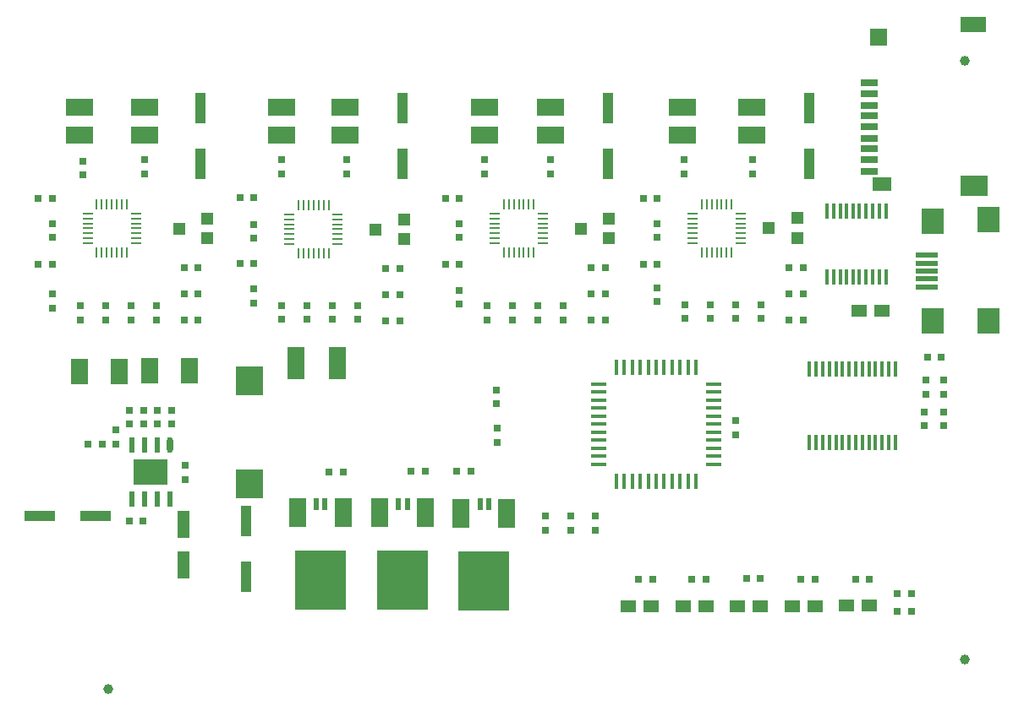
<source format=gbr>
G04 Layer_Color=8421504*
%FSLAX26Y26*%
%MOIN*%
%TF.FileFunction,Paste,Top*%
%TF.Part,Single*%
G01*
G75*
%TA.AperFunction,SMDPad,CuDef*%
%ADD19R,0.066929X0.098425*%
%TA.AperFunction,FiducialPad,Global*%
%ADD20C,0.039370*%
%TA.AperFunction,SMDPad,CuDef*%
%ADD21R,0.070866X0.125984*%
%ADD22R,0.102362X0.059055*%
%ADD23R,0.030000X0.030000*%
%ADD24R,0.040000X0.120000*%
%ADD25R,0.062000X0.018000*%
%ADD26R,0.018000X0.062000*%
%ADD27R,0.030000X0.030000*%
%ADD28R,0.060000X0.050000*%
%ADD29R,0.015000X0.064000*%
%TA.AperFunction,ConnectorPad*%
%ADD30R,0.090000X0.100000*%
%ADD31R,0.086000X0.020000*%
%ADD32R,0.106000X0.082000*%
%ADD33R,0.076000X0.052000*%
%ADD34R,0.068000X0.070000*%
%ADD35R,0.068000X0.026000*%
%TA.AperFunction,SMDPad,CuDef*%
%ADD36R,0.200000X0.236000*%
%ADD37R,0.068000X0.118000*%
%ADD38R,0.044000X0.011000*%
%ADD39R,0.011000X0.044000*%
%ADD40R,0.050000X0.050000*%
%ADD41R,0.108000X0.066000*%
%ADD42R,0.024000X0.050000*%
%ADD43R,0.015000X0.060000*%
%ADD44R,0.047244X0.110236*%
%ADD45R,0.120000X0.040000*%
%ADD46R,0.138189X0.103150*%
%ADD47O,0.024016X0.062992*%
%ADD48R,0.024016X0.062992*%
%ADD49R,0.110236X0.118110*%
D19*
X-3410000Y1345000D02*
D03*
X-3252520D02*
D03*
X-3529055Y1344842D02*
D03*
X-3686535D02*
D03*
D20*
X-3572835Y89843D02*
D03*
X-196850Y206693D02*
D03*
Y2568898D02*
D03*
D21*
X-2670000Y1375000D02*
D03*
X-2835354D02*
D03*
D22*
X-162535Y2714843D02*
D03*
D23*
X-3794448Y1594803D02*
D03*
Y1649803D02*
D03*
X-281535Y1309842D02*
D03*
Y1254842D02*
D03*
X-1099535Y1094842D02*
D03*
Y1149842D02*
D03*
X-351535Y1254842D02*
D03*
X-3429535Y2179843D02*
D03*
X-2634535D02*
D03*
X-2089535D02*
D03*
X-1829535D02*
D03*
X-1304535D02*
D03*
X-1034535D02*
D03*
X-2999535Y1614842D02*
D03*
X-2189535Y1609842D02*
D03*
X-1409448Y1619804D02*
D03*
X-1850535Y717842D02*
D03*
X-2042464Y1215914D02*
D03*
X-2039797Y1119438D02*
D03*
X-3795623Y1927881D02*
D03*
Y1872881D02*
D03*
X-2999535Y1924842D02*
D03*
Y1869842D02*
D03*
X-2190623Y1927881D02*
D03*
Y1872881D02*
D03*
X-1410623Y1927881D02*
D03*
Y1872881D02*
D03*
X-351535Y1309842D02*
D03*
X-3485623Y1602881D02*
D03*
X-2889535Y1604842D02*
D03*
X-2789535D02*
D03*
X-2689535D02*
D03*
X-2080623Y1602881D02*
D03*
X-1980623D02*
D03*
X-1880623D02*
D03*
X-1300623Y1607881D02*
D03*
X-1200623D02*
D03*
X-2999535Y1669842D02*
D03*
X-2189535Y1664842D02*
D03*
X-1780623Y1602881D02*
D03*
X-1409448Y1674804D02*
D03*
X-1000623Y1607881D02*
D03*
X-2042464Y1270914D02*
D03*
X-2039797Y1064438D02*
D03*
X-1850535Y772842D02*
D03*
X-1780623Y1547881D02*
D03*
X-1000623Y1552881D02*
D03*
X-3485623Y1547881D02*
D03*
X-2889535Y1549842D02*
D03*
X-2789535D02*
D03*
X-2689535D02*
D03*
X-2080623Y1547881D02*
D03*
X-1980623D02*
D03*
X-1880623D02*
D03*
X-1300623Y1552881D02*
D03*
X-1200623D02*
D03*
X-3429535Y2124843D02*
D03*
X-2634535D02*
D03*
X-2089535D02*
D03*
X-1829535D02*
D03*
X-1304535D02*
D03*
X-1034535D02*
D03*
X-1100623Y1552881D02*
D03*
Y1607881D02*
D03*
X-2589535Y1604842D02*
D03*
Y1549842D02*
D03*
X-3385623Y1547881D02*
D03*
Y1602881D02*
D03*
X-2889535Y2124843D02*
D03*
Y2179843D02*
D03*
X-1750535Y772842D02*
D03*
Y717842D02*
D03*
X-1655535Y772842D02*
D03*
Y717842D02*
D03*
X-3674535Y2119843D02*
D03*
Y2174843D02*
D03*
X-281535Y1129842D02*
D03*
Y1184842D02*
D03*
X-356535D02*
D03*
Y1129842D02*
D03*
X-3685623Y1602881D02*
D03*
Y1547881D02*
D03*
X-3585623Y1602881D02*
D03*
Y1547881D02*
D03*
X-3271535Y971842D02*
D03*
Y916842D02*
D03*
X-3542535Y1057842D02*
D03*
Y1112842D02*
D03*
X-3490535Y1190842D02*
D03*
Y1135842D02*
D03*
X-3435535D02*
D03*
Y1190842D02*
D03*
X-3380535Y1135842D02*
D03*
Y1190842D02*
D03*
X-3325535D02*
D03*
Y1135842D02*
D03*
D24*
X-3029535Y754842D02*
D03*
Y534842D02*
D03*
X-2414535Y2164843D02*
D03*
Y2384843D02*
D03*
X-3210623Y2382881D02*
D03*
X-1604535Y2384843D02*
D03*
X-810623Y2382881D02*
D03*
X-3210623Y2162881D02*
D03*
X-1604535Y2164843D02*
D03*
X-810623Y2162881D02*
D03*
D25*
X-1639535Y1040842D02*
D03*
Y1009842D02*
D03*
X-1187535Y1229842D02*
D03*
Y1198842D02*
D03*
Y1292842D02*
D03*
X-1639535Y977842D02*
D03*
X-1187535Y1135842D02*
D03*
X-1639535D02*
D03*
Y1261842D02*
D03*
Y1292842D02*
D03*
Y1198841D02*
D03*
Y1103842D02*
D03*
Y1072841D02*
D03*
Y1229842D02*
D03*
X-1187535Y1103842D02*
D03*
Y1166842D02*
D03*
X-1639535Y1166841D02*
D03*
X-1187535Y1009842D02*
D03*
X-1187536Y1072843D02*
D03*
X-1187535Y1040842D02*
D03*
Y977842D02*
D03*
Y1261842D02*
D03*
D26*
X-1445535Y1360842D02*
D03*
X-1476535D02*
D03*
X-1319535D02*
D03*
X-1287535D02*
D03*
X-1256535D02*
D03*
X-1350535Y908842D02*
D03*
X-1319535D02*
D03*
X-1571535Y1360842D02*
D03*
Y908842D02*
D03*
X-1382535D02*
D03*
X-1413535Y1360843D02*
D03*
X-1539535Y908842D02*
D03*
X-1508535D02*
D03*
X-1350535Y1360842D02*
D03*
X-1413535Y908842D02*
D03*
X-1382535Y1360842D02*
D03*
X-1445535Y908842D02*
D03*
X-1287535Y908841D02*
D03*
X-1476535Y908842D02*
D03*
X-1256535D02*
D03*
X-1508536Y1360842D02*
D03*
X-1539535D02*
D03*
D27*
X-462535Y465842D02*
D03*
X-407535D02*
D03*
X-843535Y522842D02*
D03*
X-788535D02*
D03*
X-572535Y523842D02*
D03*
X-3220623Y1649881D02*
D03*
X-2424535Y1646842D02*
D03*
X-1615623Y1649881D02*
D03*
X-835623D02*
D03*
X-2702535Y946842D02*
D03*
X-2424535Y1544842D02*
D03*
X-1615623Y1547881D02*
D03*
X-3795623Y1767881D02*
D03*
X-2999535Y1769842D02*
D03*
X-2190623Y1767881D02*
D03*
X-1410623D02*
D03*
X-2424535Y1748842D02*
D03*
X-1615623Y1751881D02*
D03*
X-2479535Y1544842D02*
D03*
X-1670623Y1547881D02*
D03*
X-2647535Y946842D02*
D03*
X-3275623Y1649881D02*
D03*
X-2479535Y1646842D02*
D03*
X-1670623Y1649881D02*
D03*
X-890623D02*
D03*
X-1482535Y523842D02*
D03*
X-2245623Y2027881D02*
D03*
X-1273535Y521842D02*
D03*
X-1465623Y2027881D02*
D03*
X-1058535Y527842D02*
D03*
X-627535Y523842D02*
D03*
X-2479535Y1748842D02*
D03*
X-1670623Y1751881D02*
D03*
X-890623D02*
D03*
X-3850623Y1767881D02*
D03*
X-3054535Y1769842D02*
D03*
X-2245623Y1767881D02*
D03*
X-1465623D02*
D03*
X-1427535Y523842D02*
D03*
X-1410623Y2027881D02*
D03*
X-1218535Y521842D02*
D03*
X-1003535Y527842D02*
D03*
X-2190623Y2027881D02*
D03*
X-835623Y1751881D02*
D03*
X-3275623Y1547881D02*
D03*
X-3220623D02*
D03*
X-2999535Y2029842D02*
D03*
X-3054535D02*
D03*
X-3795623Y2027881D02*
D03*
X-3850623D02*
D03*
X-890623Y1547881D02*
D03*
X-835623D02*
D03*
X-2324535Y949842D02*
D03*
X-2379535D02*
D03*
X-3220623Y1751881D02*
D03*
X-3275623D02*
D03*
X-2199535Y949842D02*
D03*
X-2144535D02*
D03*
X-344535Y1399842D02*
D03*
X-289535D02*
D03*
X-462535Y395842D02*
D03*
X-407535D02*
D03*
X-3436535Y754842D02*
D03*
X-3491535D02*
D03*
X-3597535Y1057842D02*
D03*
X-3652535D02*
D03*
D28*
X-614535Y1584842D02*
D03*
X-524535D02*
D03*
X-662535Y418842D02*
D03*
X-572535D02*
D03*
X-878535Y417842D02*
D03*
X-788535D02*
D03*
X-1523535D02*
D03*
X-1308535Y416842D02*
D03*
X-1433535Y417842D02*
D03*
X-1218535Y416842D02*
D03*
X-1003535Y417842D02*
D03*
X-1093535D02*
D03*
D29*
X-739535Y1718094D02*
D03*
X-586535D02*
D03*
X-637535D02*
D03*
X-612535D02*
D03*
X-663535D02*
D03*
X-714535D02*
D03*
X-688535D02*
D03*
X-560535D02*
D03*
X-508535Y1977591D02*
D03*
X-534535D02*
D03*
X-560535D02*
D03*
X-586535D02*
D03*
X-612535D02*
D03*
X-637535D02*
D03*
X-663535D02*
D03*
X-688535D02*
D03*
X-714535Y1977591D02*
D03*
X-739535D02*
D03*
X-508535Y1718094D02*
D03*
X-534535Y1718094D02*
D03*
D30*
X-105535Y1941842D02*
D03*
X-325535Y1541842D02*
D03*
X-105535D02*
D03*
X-325535Y1935842D02*
D03*
D31*
X-348535Y1770842D02*
D03*
Y1801842D02*
D03*
Y1739842D02*
D03*
Y1708842D02*
D03*
Y1677842D02*
D03*
D32*
X-161535Y2076843D02*
D03*
D33*
X-524535Y2082843D02*
D03*
D34*
X-536535Y2663843D02*
D03*
D35*
X-575535Y2134843D02*
D03*
Y2178843D02*
D03*
Y2481843D02*
D03*
Y2264843D02*
D03*
Y2221843D02*
D03*
Y2394843D02*
D03*
Y2308843D02*
D03*
Y2438843D02*
D03*
Y2351843D02*
D03*
D36*
X-2737535Y519842D02*
D03*
X-2414535Y518842D02*
D03*
X-2092535Y517842D02*
D03*
D37*
X-2647535Y786842D02*
D03*
X-2827535D02*
D03*
X-2324535Y785842D02*
D03*
X-2504535D02*
D03*
X-2002535Y784842D02*
D03*
X-2182535D02*
D03*
D38*
X-1080623Y1967881D02*
D03*
Y1927881D02*
D03*
Y1868881D02*
D03*
X-3465623Y1908881D02*
D03*
Y1947881D02*
D03*
X-3655623Y1927881D02*
D03*
Y1849881D02*
D03*
X-2669535Y1905842D02*
D03*
Y1944842D02*
D03*
X-2859535Y1924842D02*
D03*
Y1846842D02*
D03*
X-1860623Y1908881D02*
D03*
Y1947881D02*
D03*
X-2050623Y1927881D02*
D03*
Y1849881D02*
D03*
X-1080623Y1908881D02*
D03*
Y1947881D02*
D03*
X-1270623Y1927881D02*
D03*
Y1849881D02*
D03*
X-3655623Y1908881D02*
D03*
Y1888881D02*
D03*
X-2859535Y1905842D02*
D03*
Y1885842D02*
D03*
X-2050623Y1908881D02*
D03*
Y1888881D02*
D03*
X-1270623Y1908881D02*
D03*
Y1888881D02*
D03*
X-3655623Y1868881D02*
D03*
X-2859535Y1865842D02*
D03*
X-2050623Y1868881D02*
D03*
X-1270623D02*
D03*
X-3655623Y1967881D02*
D03*
X-3465623Y1888881D02*
D03*
X-2859535Y1964842D02*
D03*
X-2669535Y1885842D02*
D03*
X-2050623Y1967881D02*
D03*
X-1860623Y1888881D02*
D03*
X-1270623Y1967881D02*
D03*
X-1080623Y1888881D02*
D03*
X-3465623Y1967881D02*
D03*
X-2669535Y1964842D02*
D03*
X-1860623Y1967881D02*
D03*
X-3465623Y1849881D02*
D03*
X-2669535Y1846842D02*
D03*
X-1860623Y1849881D02*
D03*
X-1080623D02*
D03*
X-3465623Y1927881D02*
D03*
Y1868881D02*
D03*
X-3655623Y1947881D02*
D03*
X-2859535Y1944842D02*
D03*
X-1270623Y1947881D02*
D03*
X-2669535Y1924842D02*
D03*
Y1865842D02*
D03*
X-1860623Y1927881D02*
D03*
Y1868881D02*
D03*
X-2050623Y1947881D02*
D03*
D39*
X-1156623Y2002881D02*
D03*
X-3560623D02*
D03*
X-2764535Y1999842D02*
D03*
X-1955623Y2002881D02*
D03*
X-1175623D02*
D03*
X-3600623Y1813881D02*
D03*
X-3580623D02*
D03*
X-3560623D02*
D03*
X-2804535Y1810842D02*
D03*
X-2784535D02*
D03*
X-2764535D02*
D03*
X-1995623Y1813881D02*
D03*
X-1975623D02*
D03*
X-1955623D02*
D03*
X-1215623D02*
D03*
X-1195623D02*
D03*
X-1175623D02*
D03*
X-3619623D02*
D03*
X-3541623D02*
D03*
X-3501623D02*
D03*
X-3521623D02*
D03*
Y2002881D02*
D03*
X-3580623D02*
D03*
X-3600623D02*
D03*
X-2823535Y1810842D02*
D03*
X-2745535D02*
D03*
X-2705535D02*
D03*
X-2725535D02*
D03*
Y1999842D02*
D03*
X-2784535D02*
D03*
X-2804535D02*
D03*
X-2014623Y1813881D02*
D03*
X-1936623D02*
D03*
X-1896623D02*
D03*
X-1916623D02*
D03*
Y2002881D02*
D03*
X-1975623D02*
D03*
X-1995623D02*
D03*
X-1234623Y1813881D02*
D03*
X-1156623D02*
D03*
X-1116623D02*
D03*
X-1136623D02*
D03*
Y2002881D02*
D03*
X-1195623D02*
D03*
X-1215623D02*
D03*
X-3541623D02*
D03*
X-2745535Y1999842D02*
D03*
X-1936623Y2002881D02*
D03*
X-3501623D02*
D03*
X-3619623D02*
D03*
X-2705535Y1999842D02*
D03*
X-2823535D02*
D03*
X-1896623Y2002881D02*
D03*
X-2014623D02*
D03*
X-1116623D02*
D03*
X-1234623D02*
D03*
D40*
X-3295623Y1907881D02*
D03*
X-2519535Y1904842D02*
D03*
X-3184623Y1868881D02*
D03*
X-2408535Y1865842D02*
D03*
Y1943842D02*
D03*
X-3184623Y1946881D02*
D03*
X-969535Y1909842D02*
D03*
X-858535Y1870842D02*
D03*
Y1948842D02*
D03*
X-1599623Y1946881D02*
D03*
Y1868881D02*
D03*
X-1710623Y1907881D02*
D03*
D41*
X-3431535Y2385843D02*
D03*
X-2641535D02*
D03*
X-1831535D02*
D03*
X-1311535D02*
D03*
X-1036535D02*
D03*
X-3431535Y2275843D02*
D03*
X-2641535D02*
D03*
X-1831535D02*
D03*
X-1036535D02*
D03*
X-1311535D02*
D03*
X-3686535D02*
D03*
Y2385843D02*
D03*
X-2891535Y2275843D02*
D03*
Y2385843D02*
D03*
X-2091535Y2275843D02*
D03*
Y2385843D02*
D03*
D42*
X-2720535Y820842D02*
D03*
X-2754535D02*
D03*
X-2395535D02*
D03*
X-2429535D02*
D03*
X-2107535Y819842D02*
D03*
X-2073535D02*
D03*
D43*
X-523535Y1351842D02*
D03*
X-731535Y1064842D02*
D03*
X-601535Y1351842D02*
D03*
X-471535D02*
D03*
X-497535D02*
D03*
X-653535Y1064842D02*
D03*
X-757535Y1351842D02*
D03*
X-731535D02*
D03*
X-627535D02*
D03*
X-549535D02*
D03*
X-783535Y1064842D02*
D03*
X-705535D02*
D03*
X-809535D02*
D03*
X-575535Y1351842D02*
D03*
X-653535D02*
D03*
X-679535D02*
D03*
X-705535D02*
D03*
X-783535D02*
D03*
X-809535D02*
D03*
X-471535Y1064842D02*
D03*
X-497535D02*
D03*
X-523535D02*
D03*
X-549535D02*
D03*
X-575535D02*
D03*
X-601535D02*
D03*
X-627535D02*
D03*
X-679535D02*
D03*
X-757535D02*
D03*
D44*
X-3276535Y738583D02*
D03*
Y581102D02*
D03*
D45*
X-3844535Y774842D02*
D03*
X-3624535D02*
D03*
D46*
X-3406535Y946842D02*
D03*
D47*
X-3331535Y1053142D02*
D03*
D48*
X-3381535D02*
D03*
X-3431535D02*
D03*
X-3481535D02*
D03*
Y840543D02*
D03*
X-3431535D02*
D03*
X-3381535D02*
D03*
X-3331535D02*
D03*
D49*
X-3016535Y1304961D02*
D03*
Y899842D02*
D03*
%TF.MD5,9d3271cfd1dba241ac9bc3685fd4bd0d*%
M02*

</source>
